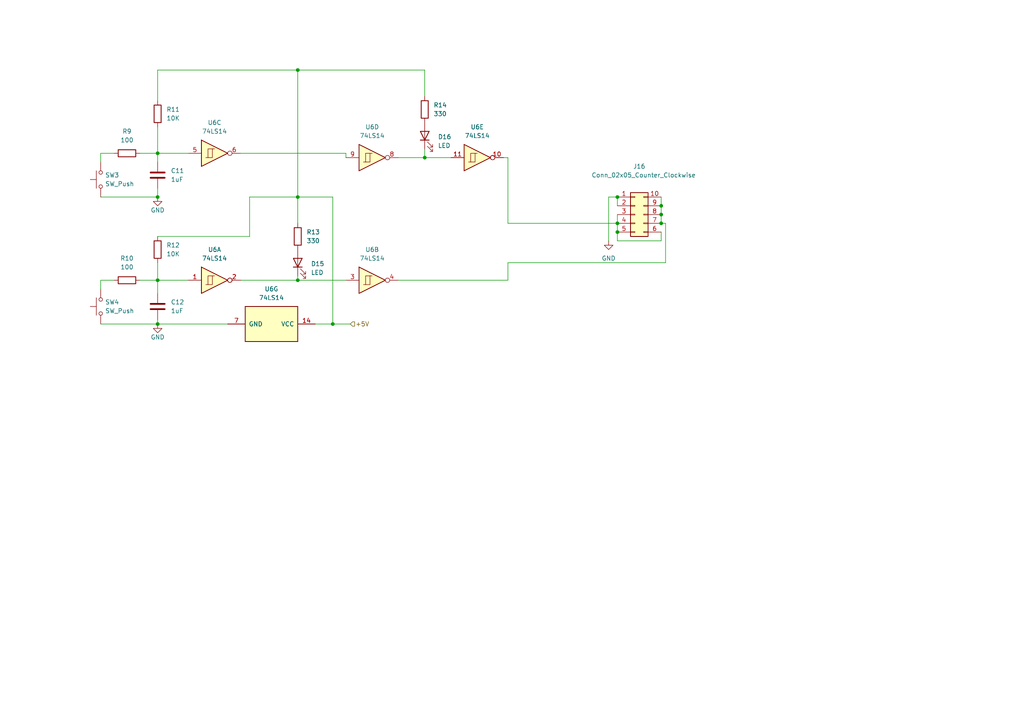
<source format=kicad_sch>
(kicad_sch (version 20211123) (generator eeschema)
  (paper "A4")
  (lib_symbols
    (symbol "74xx:74LS14" (pin_names (offset 1.016))
      (property "Reference" "U" (at 0 1.27 0))
      (property "Value" "74LS14" (at 0 -1.27 0))
      (symbol "74LS14_1_0"
        (polyline (pts (xy -3.81 3.81) (xy -3.81 -3.81) (xy 3.81 0) (xy -3.81 3.81)) (stroke (width 0.254)) (fill (type background)))
        (pin input line (at -7.62 0 0) (length 3.81) (name "~") (number "1"))
        (pin output inverted (at 7.62 0 180) (length 3.81) (name "~") (number "2"))
      )
      (symbol "74LS14_1_1"
        (polyline (pts (xy -1.905 -1.27) (xy -1.905 1.27) (xy -0.635 1.27)))
        (polyline (pts (xy -2.54 -1.27) (xy -0.635 -1.27) (xy -0.635 1.27) (xy 0 1.27)))
      )
      (symbol "74LS14_2_0"
        (polyline (pts (xy -3.81 3.81) (xy -3.81 -3.81) (xy 3.81 0) (xy -3.81 3.81)) (stroke (width 0.254)) (fill (type background)))
        (pin input line (at -7.62 0 0) (length 3.81) (name "~") (number "3"))
        (pin output inverted (at 7.62 0 180) (length 3.81) (name "~") (number "4"))
      )
      (symbol "74LS14_2_1"
        (polyline (pts (xy -1.905 -1.27) (xy -1.905 1.27) (xy -0.635 1.27)))
        (polyline (pts (xy -2.54 -1.27) (xy -0.635 -1.27) (xy -0.635 1.27) (xy 0 1.27)))
      )
      (symbol "74LS14_3_0"
        (polyline (pts (xy -3.81 3.81) (xy -3.81 -3.81) (xy 3.81 0) (xy -3.81 3.81)) (stroke (width 0.254)) (fill (type background)))
        (pin input line (at -7.62 0 0) (length 3.81) (name "~") (number "5"))
        (pin output inverted (at 7.62 0 180) (length 3.81) (name "~") (number "6"))
      )
      (symbol "74LS14_3_1"
        (polyline (pts (xy -1.905 -1.27) (xy -1.905 1.27) (xy -0.635 1.27)))
        (polyline (pts (xy -2.54 -1.27) (xy -0.635 -1.27) (xy -0.635 1.27) (xy 0 1.27)))
      )
      (symbol "74LS14_4_0"
        (polyline (pts (xy -3.81 3.81) (xy -3.81 -3.81) (xy 3.81 0) (xy -3.81 3.81)) (stroke (width 0.254)) (fill (type background)))
        (pin output inverted (at 7.62 0 180) (length 3.81) (name "~") (number "8"))
        (pin input line (at -7.62 0 0) (length 3.81) (name "~") (number "9"))
      )
      (symbol "74LS14_4_1"
        (polyline (pts (xy -1.905 -1.27) (xy -1.905 1.27) (xy -0.635 1.27)))
        (polyline (pts (xy -2.54 -1.27) (xy -0.635 -1.27) (xy -0.635 1.27) (xy 0 1.27)))
      )
      (symbol "74LS14_5_0"
        (polyline (pts (xy -3.81 3.81) (xy -3.81 -3.81) (xy 3.81 0) (xy -3.81 3.81)) (stroke (width 0.254)) (fill (type background)))
        (pin output inverted (at 7.62 0 180) (length 3.81) (name "~") (number "10"))
        (pin input line (at -7.62 0 0) (length 3.81) (name "~") (number "11"))
      )
      (symbol "74LS14_5_1"
        (polyline (pts (xy -1.905 -1.27) (xy -1.905 1.27) (xy -0.635 1.27)))
        (polyline (pts (xy -2.54 -1.27) (xy -0.635 -1.27) (xy -0.635 1.27) (xy 0 1.27)))
      )
      (symbol "74LS14_6_0"
        (polyline (pts (xy -3.81 3.81) (xy -3.81 -3.81) (xy 3.81 0) (xy -3.81 3.81)) (stroke (width 0.254)) (fill (type background)))
        (pin output inverted (at 7.62 0 180) (length 3.81) (name "~") (number "12"))
        (pin input line (at -7.62 0 0) (length 3.81) (name "~") (number "13"))
      )
      (symbol "74LS14_6_1"
        (polyline (pts (xy -1.905 -1.27) (xy -1.905 1.27) (xy -0.635 1.27)))
        (polyline (pts (xy -2.54 -1.27) (xy -0.635 -1.27) (xy -0.635 1.27) (xy 0 1.27)))
      )
      (symbol "74LS14_7_0"
        (pin power_in line (at 0 12.7 270) (length 5.08) (name "VCC") (number "14"))
        (pin power_in line (at 0 -12.7 90) (length 5.08) (name "GND") (number "7"))
      )
      (symbol "74LS14_7_1"
        (rectangle (start -5.08 7.62) (end 5.08 -7.62) (stroke (width 0.254)) (fill (type background)))
      )
    )
    (symbol "Connector_Generic:Conn_02x05_Counter_Clockwise" (pin_names (offset 1.016) hide)
      (property "Reference" "J" (at 1.27 7.62 0))
      (property "Value" "Conn_02x05_Counter_Clockwise" (at 1.27 -7.62 0))
      (symbol "Conn_02x05_Counter_Clockwise_1_1"
        (rectangle (start -1.27 -4.953) (end 0 -5.207) (stroke (width 0.1524)))
        (rectangle (start -1.27 -2.413) (end 0 -2.667) (stroke (width 0.1524)))
        (rectangle (start -1.27 0.127) (end 0 -0.127) (stroke (width 0.1524)))
        (rectangle (start -1.27 2.667) (end 0 2.413) (stroke (width 0.1524)))
        (rectangle (start -1.27 5.207) (end 0 4.953) (stroke (width 0.1524)))
        (rectangle (start -1.27 6.35) (end 3.81 -6.35) (stroke (width 0.254)) (fill (type background)))
        (rectangle (start 3.81 -4.953) (end 2.54 -5.207) (stroke (width 0.1524)))
        (rectangle (start 3.81 -2.413) (end 2.54 -2.667) (stroke (width 0.1524)))
        (rectangle (start 3.81 0.127) (end 2.54 -0.127) (stroke (width 0.1524)))
        (rectangle (start 3.81 2.667) (end 2.54 2.413) (stroke (width 0.1524)))
        (rectangle (start 3.81 5.207) (end 2.54 4.953) (stroke (width 0.1524)))
        (pin passive line (at -5.08 5.08 0) (length 3.81) (name "Pin_1") (number "1"))
        (pin passive line (at 7.62 5.08 180) (length 3.81) (name "Pin_10") (number "10"))
        (pin passive line (at -5.08 2.54 0) (length 3.81) (name "Pin_2") (number "2"))
        (pin passive line (at -5.08 0 0) (length 3.81) (name "Pin_3") (number "3"))
        (pin passive line (at -5.08 -2.54 0) (length 3.81) (name "Pin_4") (number "4"))
        (pin passive line (at -5.08 -5.08 0) (length 3.81) (name "Pin_5") (number "5"))
        (pin passive line (at 7.62 -5.08 180) (length 3.81) (name "Pin_6") (number "6"))
        (pin passive line (at 7.62 -2.54 180) (length 3.81) (name "Pin_7") (number "7"))
        (pin passive line (at 7.62 0 180) (length 3.81) (name "Pin_8") (number "8"))
        (pin passive line (at 7.62 2.54 180) (length 3.81) (name "Pin_9") (number "9"))
      )
    )
    (symbol "Device:C" (pin_numbers hide) (pin_names (offset 0.254))
      (property "Reference" "C" (at 0.635 2.54 0))
      (property "Value" "C" (at 0.635 -2.54 0))
      (symbol "C_0_1"
        (polyline (pts (xy -2.032 -0.762) (xy 2.032 -0.762)) (stroke (width 0.508)))
        (polyline (pts (xy -2.032 0.762) (xy 2.032 0.762)) (stroke (width 0.508)))
      )
      (symbol "C_1_1"
        (pin passive line (at 0 3.81 270) (length 2.794) (name "~") (number "1"))
        (pin passive line (at 0 -3.81 90) (length 2.794) (name "~") (number "2"))
      )
    )
    (symbol "Device:LED" (pin_numbers hide) (pin_names (offset 1.016) hide)
      (property "Reference" "D" (at 0 2.54 0))
      (property "Value" "LED" (at 0 -2.54 0))
      (symbol "LED_0_1"
        (polyline (pts (xy -1.27 -1.27) (xy -1.27 1.27)) (stroke (width 0.254)))
        (polyline (pts (xy -1.27 0) (xy 1.27 0)))
        (polyline (pts (xy 1.27 -1.27) (xy 1.27 1.27) (xy -1.27 0) (xy 1.27 -1.27)) (stroke (width 0.254)))
        (polyline (pts (xy -3.048 -0.762) (xy -4.572 -2.286) (xy -3.81 -2.286) (xy -4.572 -2.286) (xy -4.572 -1.524)))
        (polyline (pts (xy -1.778 -0.762) (xy -3.302 -2.286) (xy -2.54 -2.286) (xy -3.302 -2.286) (xy -3.302 -1.524)))
      )
      (symbol "LED_1_1"
        (pin passive line (at -3.81 0 0) (length 2.54) (name "K") (number "1"))
        (pin passive line (at 3.81 0 180) (length 2.54) (name "A") (number "2"))
      )
    )
    (symbol "Device:R" (pin_numbers hide) (pin_names (offset 0))
      (property "Reference" "R" (at 2.032 0 90))
      (property "Value" "R" (at 0 0 90))
      (symbol "R_0_1"
        (rectangle (start -1.016 -2.54) (end 1.016 2.54) (stroke (width 0.254)))
      )
      (symbol "R_1_1"
        (pin passive line (at 0 3.81 270) (length 1.27) (name "~") (number "1"))
        (pin passive line (at 0 -3.81 90) (length 1.27) (name "~") (number "2"))
      )
    )
    (symbol "Switch:SW_Push" (pin_numbers hide) (pin_names (offset 1.016) hide)
      (property "Reference" "SW" (at 1.27 2.54 0))
      (property "Value" "SW_Push" (at 0 -1.524 0))
      (symbol "SW_Push_0_1"
        (circle (center -2.032 0) (radius 0.508))
        (polyline (pts (xy 0 1.27) (xy 0 3.048)))
        (polyline (pts (xy 2.54 1.27) (xy -2.54 1.27)))
        (circle (center 2.032 0) (radius 0.508))
        (pin passive line (at -5.08 0 0) (length 2.54) (name "1") (number "1"))
        (pin passive line (at 5.08 0 180) (length 2.54) (name "2") (number "2"))
      )
    )
    (symbol "power:GND" (power) (pin_names (offset 0))
      (property "Value" "GND" (at 0 -3.81 0))
      (symbol "GND_0_1"
        (polyline (pts (xy 0 0) (xy 0 -1.27) (xy 1.27 -1.27) (xy 0 -2.54) (xy -1.27 -1.27) (xy 0 -1.27)))
      )
      (symbol "GND_1_1"
        (pin power_in line (at 0 0 270) (length 0) hide (name "GND") (number "1"))
      )
    )
  )
  (junction (at 45.72 93.98))
  (junction (at 45.72 44.45))
  (junction (at 86.36 81.28))
  (junction (at 179.07 67.31))
  (junction (at 123.19 45.72))
  (junction (at 191.77 64.77))
  (junction (at 45.72 57.15))
  (junction (at 45.72 81.28))
  (junction (at 191.77 62.23))
  (junction (at 86.36 57.15))
  (junction (at 191.77 59.69))
  (junction (at 179.07 64.77))
  (junction (at 179.07 57.15))
  (junction (at 86.36 20.32))
  (junction (at 96.52 93.98))
  (wire (pts (xy 29.21 93.98) (xy 45.72 93.98)))
  (wire (pts (xy 115.57 81.28) (xy 147.32 81.28)))
  (wire (pts (xy 45.72 20.32) (xy 86.36 20.32)))
  (wire (pts (xy 33.02 81.28) (xy 29.21 81.28)))
  (wire (pts (xy 86.36 57.15) (xy 86.36 20.32)))
  (wire (pts (xy 45.72 44.45) (xy 45.72 46.99)))
  (wire (pts (xy 176.53 57.15) (xy 179.07 57.15)))
  (wire (pts (xy 179.07 62.23) (xy 179.07 64.77)))
  (wire (pts (xy 123.19 45.72) (xy 130.81 45.72)))
  (wire (pts (xy 115.57 45.72) (xy 123.19 45.72)))
  (wire (pts (xy 45.72 44.45) (xy 54.61 44.45)))
  (wire (pts (xy 29.21 81.28) (xy 29.21 83.82)))
  (wire (pts (xy 69.85 81.28) (xy 86.36 81.28)))
  (wire (pts (xy 193.04 64.77) (xy 193.04 76.2)))
  (wire (pts (xy 123.19 20.32) (xy 123.19 27.94)))
  (wire (pts (xy 29.21 46.99) (xy 29.21 44.45)))
  (wire (pts (xy 45.72 29.21) (xy 45.72 20.32)))
  (wire (pts (xy 123.19 43.18) (xy 123.19 45.72)))
  (wire (pts (xy 191.77 62.23) (xy 191.77 64.77)))
  (wire (pts (xy 191.77 57.15) (xy 191.77 59.69)))
  (wire (pts (xy 91.44 93.98) (xy 96.52 93.98)))
  (wire (pts (xy 86.36 57.15) (xy 96.52 57.15)))
  (wire (pts (xy 40.64 81.28) (xy 45.72 81.28)))
  (wire (pts (xy 72.39 68.58) (xy 72.39 57.15)))
  (wire (pts (xy 69.85 44.45) (xy 100.33 44.45)))
  (wire (pts (xy 86.36 64.77) (xy 86.36 57.15)))
  (wire (pts (xy 146.05 45.72) (xy 147.32 45.72)))
  (wire (pts (xy 45.72 36.83) (xy 45.72 44.45)))
  (wire (pts (xy 176.53 69.85) (xy 176.53 57.15)))
  (wire (pts (xy 86.36 81.28) (xy 100.33 81.28)))
  (wire (pts (xy 147.32 45.72) (xy 147.32 64.77)))
  (wire (pts (xy 45.72 81.28) (xy 54.61 81.28)))
  (wire (pts (xy 147.32 76.2) (xy 147.32 81.28)))
  (wire (pts (xy 86.36 20.32) (xy 123.19 20.32)))
  (wire (pts (xy 191.77 64.77) (xy 193.04 64.77)))
  (wire (pts (xy 45.72 81.28) (xy 45.72 85.09)))
  (wire (pts (xy 29.21 44.45) (xy 33.02 44.45)))
  (wire (pts (xy 193.04 76.2) (xy 147.32 76.2)))
  (wire (pts (xy 96.52 57.15) (xy 96.52 93.98)))
  (wire (pts (xy 45.72 93.98) (xy 66.04 93.98)))
  (wire (pts (xy 191.77 69.85) (xy 179.07 69.85)))
  (wire (pts (xy 147.32 64.77) (xy 179.07 64.77)))
  (wire (pts (xy 100.33 44.45) (xy 100.33 45.72)))
  (wire (pts (xy 45.72 68.58) (xy 72.39 68.58)))
  (wire (pts (xy 40.64 44.45) (xy 45.72 44.45)))
  (wire (pts (xy 96.52 93.98) (xy 101.6 93.98)))
  (wire (pts (xy 191.77 67.31) (xy 191.77 69.85)))
  (wire (pts (xy 29.21 57.15) (xy 45.72 57.15)))
  (wire (pts (xy 45.72 93.98) (xy 45.72 92.71)))
  (wire (pts (xy 72.39 57.15) (xy 86.36 57.15)))
  (wire (pts (xy 45.72 76.2) (xy 45.72 81.28)))
  (wire (pts (xy 179.07 64.77) (xy 179.07 67.31)))
  (wire (pts (xy 86.36 80.01) (xy 86.36 81.28)))
  (wire (pts (xy 179.07 69.85) (xy 179.07 67.31)))
  (wire (pts (xy 191.77 59.69) (xy 191.77 62.23)))
  (wire (pts (xy 179.07 57.15) (xy 179.07 59.69)))
  (wire (pts (xy 45.72 57.15) (xy 45.72 54.61)))
  (hierarchical_label "+5V" (shape input) (at 101.6 93.98 0))
  (symbol (lib_id "74xx:74LS14") (at 107.95 45.72 0) (unit 4)
    (property "Reference" "U6" (at 107.95 36.83 0))
    (property "Value" "74LS14" (at 107.95 39.37 0))
    (property "Footprint" "Package_DIP:DIP-14_W7.62mm" (effects hide))
    (property "Datasheet" "http://www.ti.com/lit/gpn/sn74LS14" (effects hide))
  )
  (symbol (lib_id "Device:R") (at 86.36 68.58 0) (unit 1)
    (property "Reference" "R13" (at 88.9 67.3099 0) (effects (justify left)))
    (property "Value" "330" (at 88.9 69.8499 0) (effects (justify left)))
    (property "Footprint" "Resistor_THT:R_Axial_DIN0207_L6.3mm_D2.5mm_P10.16mm_Horizontal" (effects hide))
  )
  (symbol (lib_id "74xx:74LS14") (at 62.23 81.28 0) (unit 1)
    (property "Reference" "U6" (at 62.23 72.39 0))
    (property "Value" "74LS14" (at 62.23 74.93 0))
    (property "Footprint" "Package_DIP:DIP-14_W7.62mm" (effects hide))
    (property "Datasheet" "http://www.ti.com/lit/gpn/sn74LS14" (effects hide))
  )
  (symbol (lib_id "Device:R") (at 45.72 33.02 0) (unit 1)
    (property "Reference" "R11" (at 48.26 31.7499 0) (effects (justify left)))
    (property "Value" "10K" (at 48.26 34.2899 0) (effects (justify left)))
    (property "Footprint" "Resistor_THT:R_Axial_DIN0207_L6.3mm_D2.5mm_P10.16mm_Horizontal" (effects hide))
  )
  (symbol (lib_id "74xx:74LS14") (at 78.74 93.98 270) (unit 7)
    (property "Reference" "U6" (at 78.74 83.82 90))
    (property "Value" "74LS14" (at 78.74 86.36 90))
    (property "Footprint" "Package_DIP:DIP-14_W7.62mm" (effects hide))
    (property "Datasheet" "http://www.ti.com/lit/gpn/sn74LS14" (effects hide))
  )
  (symbol (lib_id "Device:LED") (at 123.19 39.37 90) (unit 1)
    (property "Reference" "D16" (at 127 39.6874 90) (effects (justify right)))
    (property "Value" "LED" (at 127 42.2274 90) (effects (justify right)))
    (property "Footprint" "LED_THT:LED_D3.0mm" (effects hide))
  )
  (symbol (lib_id "Switch:SW_Push") (at 29.21 52.07 90) (unit 1)
    (property "Reference" "SW3" (at 30.48 50.7999 90) (effects (justify right)))
    (property "Value" "SW_Push" (at 30.48 53.3399 90) (effects (justify right)))
    (property "Footprint" "Button_Switch_THT:SW_Tactile_Straight_KSL0Axx1LFTR" (effects hide))
  )
  (symbol (lib_id "Device:R") (at 36.83 81.28 90) (unit 1)
    (property "Reference" "R10" (at 36.83 74.93 90))
    (property "Value" "100" (at 36.83 77.47 90))
    (property "Footprint" "Resistor_THT:R_Axial_DIN0207_L6.3mm_D2.5mm_P10.16mm_Horizontal" (effects hide))
  )
  (symbol (lib_id "74xx:74LS14") (at 62.23 44.45 0) (unit 3)
    (property "Reference" "U6" (at 62.23 35.56 0))
    (property "Value" "74LS14" (at 62.23 38.1 0))
    (property "Footprint" "Package_DIP:DIP-14_W7.62mm" (effects hide))
    (property "Datasheet" "http://www.ti.com/lit/gpn/sn74LS14" (effects hide))
  )
  (symbol (lib_id "power:GND") (at 176.53 69.85 0) (unit 1)
    (property "Reference" "#PWR025" (effects hide))
    (property "Value" "GND" (at 176.53 74.93 0))
  )
  (symbol (lib_id "Device:R") (at 123.19 31.75 0) (unit 1)
    (property "Reference" "R14" (at 125.73 30.4799 0) (effects (justify left)))
    (property "Value" "330" (at 125.73 33.0199 0) (effects (justify left)))
    (property "Footprint" "Resistor_THT:R_Axial_DIN0207_L6.3mm_D2.5mm_P10.16mm_Horizontal" (effects hide))
  )
  (symbol (lib_id "power:GND") (at 45.72 57.15 0) (unit 1)
    (property "Reference" "#PWR019" (effects hide))
    (property "Value" "GND" (at 45.72 60.96 0))
  )
  (symbol (lib_id "Device:LED") (at 86.36 76.2 90) (unit 1)
    (property "Reference" "D15" (at 90.17 76.5174 90) (effects (justify right)))
    (property "Value" "LED" (at 90.17 79.0574 90) (effects (justify right)))
    (property "Footprint" "LED_THT:LED_D3.0mm" (effects hide))
  )
  (symbol (lib_id "Device:C") (at 45.72 50.8 0) (unit 1)
    (property "Reference" "C11" (at 49.53 49.5299 0) (effects (justify left)))
    (property "Value" "1uF" (at 49.53 52.0699 0) (effects (justify left)))
    (property "Footprint" "Capacitor_THT:C_Axial_L5.1mm_D3.1mm_P7.50mm_Horizontal" (effects hide))
  )
  (symbol (lib_id "Device:R") (at 45.72 72.39 0) (unit 1)
    (property "Reference" "R12" (at 48.26 71.1199 0) (effects (justify left)))
    (property "Value" "10K" (at 48.26 73.6599 0) (effects (justify left)))
    (property "Footprint" "Resistor_THT:R_Axial_DIN0207_L6.3mm_D2.5mm_P10.16mm_Horizontal" (effects hide))
  )
  (symbol (lib_id "Device:C") (at 45.72 88.9 0) (unit 1)
    (property "Reference" "C12" (at 49.53 87.6299 0) (effects (justify left)))
    (property "Value" "1uF" (at 49.53 90.1699 0) (effects (justify left)))
    (property "Footprint" "Capacitor_THT:C_Axial_L5.1mm_D3.1mm_P7.50mm_Horizontal" (effects hide))
  )
  (symbol (lib_id "power:GND") (at 45.72 93.98 0) (unit 1)
    (property "Reference" "#PWR021" (effects hide))
    (property "Value" "GND" (at 45.72 97.79 0))
  )
  (symbol (lib_id "Switch:SW_Push") (at 29.21 88.9 90) (unit 1)
    (property "Reference" "SW4" (at 30.48 87.6299 90) (effects (justify right)))
    (property "Value" "SW_Push" (at 30.48 90.1699 90) (effects (justify right)))
    (property "Footprint" "Button_Switch_THT:SW_Tactile_Straight_KSL0Axx1LFTR" (effects hide))
  )
  (symbol (lib_id "Connector_Generic:Conn_02x05_Counter_Clockwise") (at 184.15 62.23 0) (unit 1)
    (property "Reference" "J16" (at 185.42 48.26 0))
    (property "Value" "Conn_02x05_Counter_Clockwise" (at 186.69 50.8 0))
    (property "Footprint" "Connector_PinSocket_2.54mm:PinSocket_2x05_P2.54mm_Vertical" (effects hide))
  )
  (symbol (lib_id "Device:R") (at 36.83 44.45 90) (unit 1)
    (property "Reference" "R9" (at 36.83 38.1 90))
    (property "Value" "100" (at 36.83 40.64 90))
    (property "Footprint" "Resistor_THT:R_Axial_DIN0207_L6.3mm_D2.5mm_P10.16mm_Horizontal" (effects hide))
  )
  (symbol (lib_id "74xx:74LS14") (at 138.43 45.72 0) (unit 5)
    (property "Reference" "U6" (at 138.43 36.83 0))
    (property "Value" "74LS14" (at 138.43 39.37 0))
    (property "Footprint" "Package_DIP:DIP-14_W7.62mm" (effects hide))
    (property "Datasheet" "http://www.ti.com/lit/gpn/sn74LS14" (effects hide))
  )
  (symbol (lib_id "74xx:74LS14") (at 107.95 81.28 0) (unit 2)
    (property "Reference" "U6" (at 107.95 72.39 0))
    (property "Value" "74LS14" (at 107.95 74.93 0))
    (property "Footprint" "Package_DIP:DIP-14_W7.62mm" (effects hide))
    (property "Datasheet" "http://www.ti.com/lit/gpn/sn74LS14" (effects hide))
  )
)
</source>
